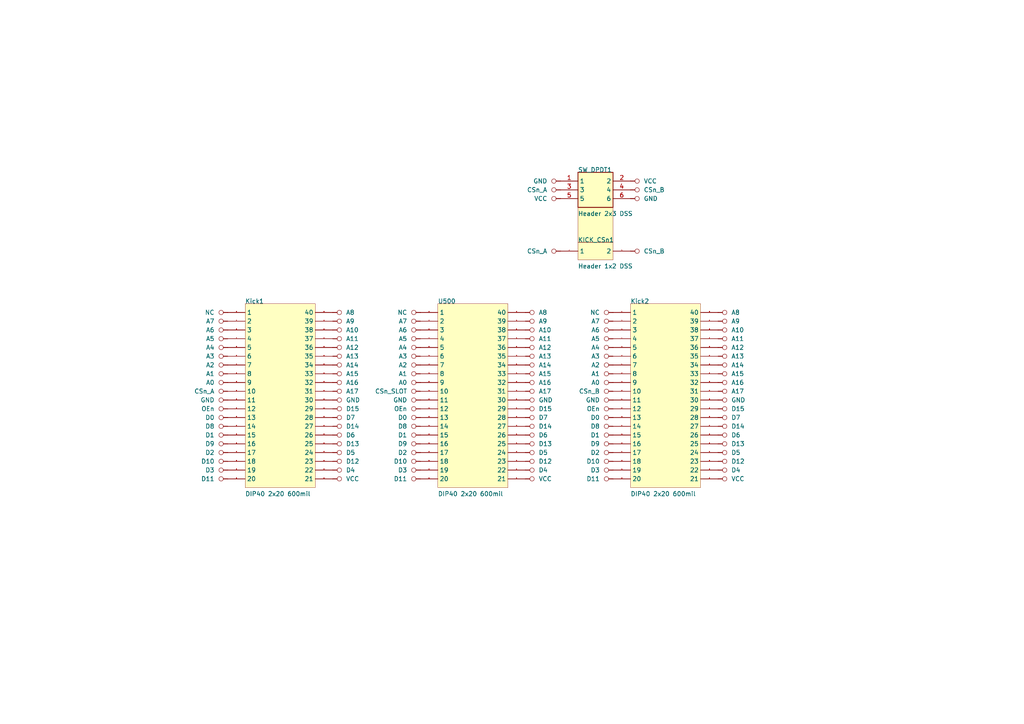
<source format=kicad_sch>
(kicad_sch (version 20231120) (generator "eeschema") (generator_version "7.99")
  (paper "A4")
  (lib_symbols
    (symbol "DualKickAdapter-altium-import:A0" (power)
      (property "Reference" "#PWR" (at 0 0 0))
      (property "Value" "A0" (at 0 3.81 0))
      (symbol "A0_0_0"
        (circle (center 0 -1.905) (radius 0.635) (stroke (width 0.127)))
        (polyline (pts (xy 0 0) (xy 0 -1.27)) (stroke (width 0.254)))
        (pin power_in line (at 0 0 0) (length 0) hide (name "A0") (number ""))
      )
    )
    (symbol "DualKickAdapter-altium-import:A1" (power)
      (property "Reference" "#PWR" (at 0 0 0))
      (property "Value" "A1" (at 0 3.81 0))
      (symbol "A1_0_0"
        (circle (center 0 -1.905) (radius 0.635) (stroke (width 0.127)))
        (polyline (pts (xy 0 0) (xy 0 -1.27)) (stroke (width 0.254)))
        (pin power_in line (at 0 0 0) (length 0) hide (name "A1") (number ""))
      )
    )
    (symbol "DualKickAdapter-altium-import:A10" (power)
      (property "Reference" "#PWR" (at 0 0 0))
      (property "Value" "A10" (at 0 3.81 0))
      (symbol "A10_0_0"
        (circle (center 0 -1.905) (radius 0.635) (stroke (width 0.127)))
        (polyline (pts (xy 0 0) (xy 0 -1.27)) (stroke (width 0.254)))
        (pin power_in line (at 0 0 0) (length 0) hide (name "A10") (number ""))
      )
    )
    (symbol "DualKickAdapter-altium-import:A11" (power)
      (property "Reference" "#PWR" (at 0 0 0))
      (property "Value" "A11" (at 0 3.81 0))
      (symbol "A11_0_0"
        (circle (center 0 -1.905) (radius 0.635) (stroke (width 0.127)))
        (polyline (pts (xy 0 0) (xy 0 -1.27)) (stroke (width 0.254)))
        (pin power_in line (at 0 0 0) (length 0) hide (name "A11") (number ""))
      )
    )
    (symbol "DualKickAdapter-altium-import:A12" (power)
      (property "Reference" "#PWR" (at 0 0 0))
      (property "Value" "A12" (at 0 3.81 0))
      (symbol "A12_0_0"
        (circle (center 0 -1.905) (radius 0.635) (stroke (width 0.127)))
        (polyline (pts (xy 0 0) (xy 0 -1.27)) (stroke (width 0.254)))
        (pin power_in line (at 0 0 0) (length 0) hide (name "A12") (number ""))
      )
    )
    (symbol "DualKickAdapter-altium-import:A13" (power)
      (property "Reference" "#PWR" (at 0 0 0))
      (property "Value" "A13" (at 0 3.81 0))
      (symbol "A13_0_0"
        (circle (center 0 -1.905) (radius 0.635) (stroke (width 0.127)))
        (polyline (pts (xy 0 0) (xy 0 -1.27)) (stroke (width 0.254)))
        (pin power_in line (at 0 0 0) (length 0) hide (name "A13") (number ""))
      )
    )
    (symbol "DualKickAdapter-altium-import:A14" (power)
      (property "Reference" "#PWR" (at 0 0 0))
      (property "Value" "A14" (at 0 3.81 0))
      (symbol "A14_0_0"
        (circle (center 0 -1.905) (radius 0.635) (stroke (width 0.127)))
        (polyline (pts (xy 0 0) (xy 0 -1.27)) (stroke (width 0.254)))
        (pin power_in line (at 0 0 0) (length 0) hide (name "A14") (number ""))
      )
    )
    (symbol "DualKickAdapter-altium-import:A15" (power)
      (property "Reference" "#PWR" (at 0 0 0))
      (property "Value" "A15" (at 0 3.81 0))
      (symbol "A15_0_0"
        (circle (center 0 -1.905) (radius 0.635) (stroke (width 0.127)))
        (polyline (pts (xy 0 0) (xy 0 -1.27)) (stroke (width 0.254)))
        (pin power_in line (at 0 0 0) (length 0) hide (name "A15") (number ""))
      )
    )
    (symbol "DualKickAdapter-altium-import:A16" (power)
      (property "Reference" "#PWR" (at 0 0 0))
      (property "Value" "A16" (at 0 3.81 0))
      (symbol "A16_0_0"
        (circle (center 0 -1.905) (radius 0.635) (stroke (width 0.127)))
        (polyline (pts (xy 0 0) (xy 0 -1.27)) (stroke (width 0.254)))
        (pin power_in line (at 0 0 0) (length 0) hide (name "A16") (number ""))
      )
    )
    (symbol "DualKickAdapter-altium-import:A17" (power)
      (property "Reference" "#PWR" (at 0 0 0))
      (property "Value" "A17" (at 0 3.81 0))
      (symbol "A17_0_0"
        (circle (center 0 -1.905) (radius 0.635) (stroke (width 0.127)))
        (polyline (pts (xy 0 0) (xy 0 -1.27)) (stroke (width 0.254)))
        (pin power_in line (at 0 0 0) (length 0) hide (name "A17") (number ""))
      )
    )
    (symbol "DualKickAdapter-altium-import:A2" (power)
      (property "Reference" "#PWR" (at 0 0 0))
      (property "Value" "A2" (at 0 3.81 0))
      (symbol "A2_0_0"
        (circle (center 0 -1.905) (radius 0.635) (stroke (width 0.127)))
        (polyline (pts (xy 0 0) (xy 0 -1.27)) (stroke (width 0.254)))
        (pin power_in line (at 0 0 0) (length 0) hide (name "A2") (number ""))
      )
    )
    (symbol "DualKickAdapter-altium-import:A3" (power)
      (property "Reference" "#PWR" (at 0 0 0))
      (property "Value" "A3" (at 0 3.81 0))
      (symbol "A3_0_0"
        (circle (center 0 -1.905) (radius 0.635) (stroke (width 0.127)))
        (polyline (pts (xy 0 0) (xy 0 -1.27)) (stroke (width 0.254)))
        (pin power_in line (at 0 0 0) (length 0) hide (name "A3") (number ""))
      )
    )
    (symbol "DualKickAdapter-altium-import:A4" (power)
      (property "Reference" "#PWR" (at 0 0 0))
      (property "Value" "A4" (at 0 3.81 0))
      (symbol "A4_0_0"
        (circle (center 0 -1.905) (radius 0.635) (stroke (width 0.127)))
        (polyline (pts (xy 0 0) (xy 0 -1.27)) (stroke (width 0.254)))
        (pin power_in line (at 0 0 0) (length 0) hide (name "A4") (number ""))
      )
    )
    (symbol "DualKickAdapter-altium-import:A5" (power)
      (property "Reference" "#PWR" (at 0 0 0))
      (property "Value" "A5" (at 0 3.81 0))
      (symbol "A5_0_0"
        (circle (center 0 -1.905) (radius 0.635) (stroke (width 0.127)))
        (polyline (pts (xy 0 0) (xy 0 -1.27)) (stroke (width 0.254)))
        (pin power_in line (at 0 0 0) (length 0) hide (name "A5") (number ""))
      )
    )
    (symbol "DualKickAdapter-altium-import:A6" (power)
      (property "Reference" "#PWR" (at 0 0 0))
      (property "Value" "A6" (at 0 3.81 0))
      (symbol "A6_0_0"
        (circle (center 0 -1.905) (radius 0.635) (stroke (width 0.127)))
        (polyline (pts (xy 0 0) (xy 0 -1.27)) (stroke (width 0.254)))
        (pin power_in line (at 0 0 0) (length 0) hide (name "A6") (number ""))
      )
    )
    (symbol "DualKickAdapter-altium-import:A7" (power)
      (property "Reference" "#PWR" (at 0 0 0))
      (property "Value" "A7" (at 0 3.81 0))
      (symbol "A7_0_0"
        (circle (center 0 -1.905) (radius 0.635) (stroke (width 0.127)))
        (polyline (pts (xy 0 0) (xy 0 -1.27)) (stroke (width 0.254)))
        (pin power_in line (at 0 0 0) (length 0) hide (name "A7") (number ""))
      )
    )
    (symbol "DualKickAdapter-altium-import:A8" (power)
      (property "Reference" "#PWR" (at 0 0 0))
      (property "Value" "A8" (at 0 3.81 0))
      (symbol "A8_0_0"
        (circle (center 0 -1.905) (radius 0.635) (stroke (width 0.127)))
        (polyline (pts (xy 0 0) (xy 0 -1.27)) (stroke (width 0.254)))
        (pin power_in line (at 0 0 0) (length 0) hide (name "A8") (number ""))
      )
    )
    (symbol "DualKickAdapter-altium-import:A9" (power)
      (property "Reference" "#PWR" (at 0 0 0))
      (property "Value" "A9" (at 0 3.81 0))
      (symbol "A9_0_0"
        (circle (center 0 -1.905) (radius 0.635) (stroke (width 0.127)))
        (polyline (pts (xy 0 0) (xy 0 -1.27)) (stroke (width 0.254)))
        (pin power_in line (at 0 0 0) (length 0) hide (name "A9") (number ""))
      )
    )
    (symbol "DualKickAdapter-altium-import:CSn_A" (power)
      (property "Reference" "#PWR" (at 0 0 0))
      (property "Value" "CSn_A" (at 0 3.81 0))
      (symbol "CSn_A_0_0"
        (circle (center 0 -1.905) (radius 0.635) (stroke (width 0.127)))
        (polyline (pts (xy 0 0) (xy 0 -1.27)) (stroke (width 0.254)))
        (pin power_in line (at 0 0 0) (length 0) hide (name "CSn_A") (number ""))
      )
    )
    (symbol "DualKickAdapter-altium-import:CSn_B" (power)
      (property "Reference" "#PWR" (at 0 0 0))
      (property "Value" "CSn_B" (at 0 3.81 0))
      (symbol "CSn_B_0_0"
        (circle (center 0 -1.905) (radius 0.635) (stroke (width 0.127)))
        (polyline (pts (xy 0 0) (xy 0 -1.27)) (stroke (width 0.254)))
        (pin power_in line (at 0 0 0) (length 0) hide (name "CSn_B") (number ""))
      )
    )
    (symbol "DualKickAdapter-altium-import:CSn_SLOT" (power)
      (property "Reference" "#PWR" (at 0 0 0))
      (property "Value" "CSn_SLOT" (at 0 3.81 0))
      (symbol "CSn_SLOT_0_0"
        (circle (center 0 -1.905) (radius 0.635) (stroke (width 0.127)))
        (polyline (pts (xy 0 0) (xy 0 -1.27)) (stroke (width 0.254)))
        (pin power_in line (at 0 0 0) (length 0) hide (name "CSn_SLOT") (number ""))
      )
    )
    (symbol "DualKickAdapter-altium-import:D0" (power)
      (property "Reference" "#PWR" (at 0 0 0))
      (property "Value" "D0" (at 0 3.81 0))
      (symbol "D0_0_0"
        (circle (center 0 -1.905) (radius 0.635) (stroke (width 0.127)))
        (polyline (pts (xy 0 0) (xy 0 -1.27)) (stroke (width 0.254)))
        (pin power_in line (at 0 0 0) (length 0) hide (name "D0") (number ""))
      )
    )
    (symbol "DualKickAdapter-altium-import:D1" (power)
      (property "Reference" "#PWR" (at 0 0 0))
      (property "Value" "D1" (at 0 3.81 0))
      (symbol "D1_0_0"
        (circle (center 0 -1.905) (radius 0.635) (stroke (width 0.127)))
        (polyline (pts (xy 0 0) (xy 0 -1.27)) (stroke (width 0.254)))
        (pin power_in line (at 0 0 0) (length 0) hide (name "D1") (number ""))
      )
    )
    (symbol "DualKickAdapter-altium-import:D10" (power)
      (property "Reference" "#PWR" (at 0 0 0))
      (property "Value" "D10" (at 0 3.81 0))
      (symbol "D10_0_0"
        (circle (center 0 -1.905) (radius 0.635) (stroke (width 0.127)))
        (polyline (pts (xy 0 0) (xy 0 -1.27)) (stroke (width 0.254)))
        (pin power_in line (at 0 0 0) (length 0) hide (name "D10") (number ""))
      )
    )
    (symbol "DualKickAdapter-altium-import:D11" (power)
      (property "Reference" "#PWR" (at 0 0 0))
      (property "Value" "D11" (at 0 3.81 0))
      (symbol "D11_0_0"
        (circle (center 0 -1.905) (radius 0.635) (stroke (width 0.127)))
        (polyline (pts (xy 0 0) (xy 0 -1.27)) (stroke (width 0.254)))
        (pin power_in line (at 0 0 0) (length 0) hide (name "D11") (number ""))
      )
    )
    (symbol "DualKickAdapter-altium-import:D12" (power)
      (property "Reference" "#PWR" (at 0 0 0))
      (property "Value" "D12" (at 0 3.81 0))
      (symbol "D12_0_0"
        (circle (center 0 -1.905) (radius 0.635) (stroke (width 0.127)))
        (polyline (pts (xy 0 0) (xy 0 -1.27)) (stroke (width 0.254)))
        (pin power_in line (at 0 0 0) (length 0) hide (name "D12") (number ""))
      )
    )
    (symbol "DualKickAdapter-altium-import:D13" (power)
      (property "Reference" "#PWR" (at 0 0 0))
      (property "Value" "D13" (at 0 3.81 0))
      (symbol "D13_0_0"
        (circle (center 0 -1.905) (radius 0.635) (stroke (width 0.127)))
        (polyline (pts (xy 0 0) (xy 0 -1.27)) (stroke (width 0.254)))
        (pin power_in line (at 0 0 0) (length 0) hide (name "D13") (number ""))
      )
    )
    (symbol "DualKickAdapter-altium-import:D14" (power)
      (property "Reference" "#PWR" (at 0 0 0))
      (property "Value" "D14" (at 0 3.81 0))
      (symbol "D14_0_0"
        (circle (center 0 -1.905) (radius 0.635) (stroke (width 0.127)))
        (polyline (pts (xy 0 0) (xy 0 -1.27)) (stroke (width 0.254)))
        (pin power_in line (at 0 0 0) (length 0) hide (name "D14") (number ""))
      )
    )
    (symbol "DualKickAdapter-altium-import:D15" (power)
      (property "Reference" "#PWR" (at 0 0 0))
      (property "Value" "D15" (at 0 3.81 0))
      (symbol "D15_0_0"
        (circle (center 0 -1.905) (radius 0.635) (stroke (width 0.127)))
        (polyline (pts (xy 0 0) (xy 0 -1.27)) (stroke (width 0.254)))
        (pin power_in line (at 0 0 0) (length 0) hide (name "D15") (number ""))
      )
    )
    (symbol "DualKickAdapter-altium-import:D2" (power)
      (property "Reference" "#PWR" (at 0 0 0))
      (property "Value" "D2" (at 0 3.81 0))
      (symbol "D2_0_0"
        (circle (center 0 -1.905) (radius 0.635) (stroke (width 0.127)))
        (polyline (pts (xy 0 0) (xy 0 -1.27)) (stroke (width 0.254)))
        (pin power_in line (at 0 0 0) (length 0) hide (name "D2") (number ""))
      )
    )
    (symbol "DualKickAdapter-altium-import:D3" (power)
      (property "Reference" "#PWR" (at 0 0 0))
      (property "Value" "D3" (at 0 3.81 0))
      (symbol "D3_0_0"
        (circle (center 0 -1.905) (radius 0.635) (stroke (width 0.127)))
        (polyline (pts (xy 0 0) (xy 0 -1.27)) (stroke (width 0.254)))
        (pin power_in line (at 0 0 0) (length 0) hide (name "D3") (number ""))
      )
    )
    (symbol "DualKickAdapter-altium-import:D4" (power)
      (property "Reference" "#PWR" (at 0 0 0))
      (property "Value" "D4" (at 0 3.81 0))
      (symbol "D4_0_0"
        (circle (center 0 -1.905) (radius 0.635) (stroke (width 0.127)))
        (polyline (pts (xy 0 0) (xy 0 -1.27)) (stroke (width 0.254)))
        (pin power_in line (at 0 0 0) (length 0) hide (name "D4") (number ""))
      )
    )
    (symbol "DualKickAdapter-altium-import:D5" (power)
      (property "Reference" "#PWR" (at 0 0 0))
      (property "Value" "D5" (at 0 3.81 0))
      (symbol "D5_0_0"
        (circle (center 0 -1.905) (radius 0.635) (stroke (width 0.127)))
        (polyline (pts (xy 0 0) (xy 0 -1.27)) (stroke (width 0.254)))
        (pin power_in line (at 0 0 0) (length 0) hide (name "D5") (number ""))
      )
    )
    (symbol "DualKickAdapter-altium-import:D6" (power)
      (property "Reference" "#PWR" (at 0 0 0))
      (property "Value" "D6" (at 0 3.81 0))
      (symbol "D6_0_0"
        (circle (center 0 -1.905) (radius 0.635) (stroke (width 0.127)))
        (polyline (pts (xy 0 0) (xy 0 -1.27)) (stroke (width 0.254)))
        (pin power_in line (at 0 0 0) (length 0) hide (name "D6") (number ""))
      )
    )
    (symbol "DualKickAdapter-altium-import:D7" (power)
      (property "Reference" "#PWR" (at 0 0 0))
      (property "Value" "D7" (at 0 3.81 0))
      (symbol "D7_0_0"
        (circle (center 0 -1.905) (radius 0.635) (stroke (width 0.127)))
        (polyline (pts (xy 0 0) (xy 0 -1.27)) (stroke (width 0.254)))
        (pin power_in line (at 0 0 0) (length 0) hide (name "D7") (number ""))
      )
    )
    (symbol "DualKickAdapter-altium-import:D8" (power)
      (property "Reference" "#PWR" (at 0 0 0))
      (property "Value" "D8" (at 0 3.81 0))
      (symbol "D8_0_0"
        (circle (center 0 -1.905) (radius 0.635) (stroke (width 0.127)))
        (polyline (pts (xy 0 0) (xy 0 -1.27)) (stroke (width 0.254)))
        (pin power_in line (at 0 0 0) (length 0) hide (name "D8") (number ""))
      )
    )
    (symbol "DualKickAdapter-altium-import:D9" (power)
      (property "Reference" "#PWR" (at 0 0 0))
      (property "Value" "D9" (at 0 3.81 0))
      (symbol "D9_0_0"
        (circle (center 0 -1.905) (radius 0.635) (stroke (width 0.127)))
        (polyline (pts (xy 0 0) (xy 0 -1.27)) (stroke (width 0.254)))
        (pin power_in line (at 0 0 0) (length 0) hide (name "D9") (number ""))
      )
    )
    (symbol "DualKickAdapter-altium-import:GND" (power)
      (property "Reference" "#PWR" (at 0 0 0))
      (property "Value" "GND" (at 0 3.81 0))
      (symbol "GND_0_0"
        (circle (center 0 -1.905) (radius 0.635) (stroke (width 0.127)))
        (polyline (pts (xy 0 0) (xy 0 -1.27)) (stroke (width 0.254)))
        (pin power_in line (at 0 0 0) (length 0) hide (name "GND") (number ""))
      )
    )
    (symbol "DualKickAdapter-altium-import:NC" (power)
      (property "Reference" "#PWR" (at 0 0 0))
      (property "Value" "NC" (at 0 3.81 0))
      (symbol "NC_0_0"
        (circle (center 0 -1.905) (radius 0.635) (stroke (width 0.127)))
        (polyline (pts (xy 0 0) (xy 0 -1.27)) (stroke (width 0.254)))
        (pin power_in line (at 0 0 0) (length 0) hide (name "NC") (number ""))
      )
    )
    (symbol "DualKickAdapter-altium-import:OEn" (power)
      (property "Reference" "#PWR" (at 0 0 0))
      (property "Value" "OEn" (at 0 3.81 0))
      (symbol "OEn_0_0"
        (circle (center 0 -1.905) (radius 0.635) (stroke (width 0.127)))
        (polyline (pts (xy 0 0) (xy 0 -1.27)) (stroke (width 0.254)))
        (pin power_in line (at 0 0 0) (length 0) hide (name "OEn") (number ""))
      )
    )
    (symbol "DualKickAdapter-altium-import:VCC" (power)
      (property "Reference" "#PWR" (at 0 0 0))
      (property "Value" "VCC" (at 0 3.81 0))
      (symbol "VCC_0_0"
        (circle (center 0 -1.905) (radius 0.635) (stroke (width 0.127)))
        (polyline (pts (xy 0 0) (xy 0 -1.27)) (stroke (width 0.254)))
        (pin power_in line (at 0 0 0) (length 0) hide (name "VCC") (number ""))
      )
    )
    (symbol "DualKickAdapter-altium-import:root_0_DIP40 2x20 600mil"
      (symbol "root_0_DIP40 2x20 600mil_1_0"
        (rectangle (start 10.16 25.4) (end -10.16 -27.94) (stroke (width 0.0254) (color 128 0 0 1)) (fill (type background)))
        (pin passive line (at -15.24 22.86 0) (length 5.08) (name "1") (number "1"))
        (pin passive line (at -15.24 0 0) (length 5.08) (name "10") (number "10"))
        (pin passive line (at -15.24 -2.54 0) (length 5.08) (name "11") (number "11"))
        (pin passive line (at -15.24 -5.08 0) (length 5.08) (name "12") (number "12"))
        (pin passive line (at -15.24 -7.62 0) (length 5.08) (name "13") (number "13"))
        (pin passive line (at -15.24 -10.16 0) (length 5.08) (name "14") (number "14"))
        (pin passive line (at -15.24 -12.7 0) (length 5.08) (name "15") (number "15"))
        (pin passive line (at -15.24 -15.24 0) (length 5.08) (name "16") (number "16"))
        (pin passive line (at -15.24 -17.78 0) (length 5.08) (name "17") (number "17"))
        (pin passive line (at -15.24 -20.32 0) (length 5.08) (name "18") (number "18"))
        (pin passive line (at -15.24 -22.86 0) (length 5.08) (name "19") (number "19"))
        (pin passive line (at -15.24 20.32 0) (length 5.08) (name "2") (number "2"))
        (pin passive line (at -15.24 -25.4 0) (length 5.08) (name "20") (number "20"))
        (pin passive line (at 15.24 -25.4 180) (length 5.08) (name "21") (number "21"))
        (pin passive line (at 15.24 -22.86 180) (length 5.08) (name "22") (number "22"))
        (pin passive line (at 15.24 -20.32 180) (length 5.08) (name "23") (number "23"))
        (pin passive line (at 15.24 -17.78 180) (length 5.08) (name "24") (number "24"))
        (pin passive line (at 15.24 -15.24 180) (length 5.08) (name "25") (number "25"))
        (pin passive line (at 15.24 -12.7 180) (length 5.08) (name "26") (number "26"))
        (pin passive line (at 15.24 -10.16 180) (length 5.08) (name "27") (number "27"))
        (pin passive line (at 15.24 -7.62 180) (length 5.08) (name "28") (number "28"))
        (pin passive line (at 15.24 -5.08 180) (length 5.08) (name "29") (number "29"))
        (pin passive line (at -15.24 17.78 0) (length 5.08) (name "3") (number "3"))
        (pin passive line (at 15.24 -2.54 180) (length 5.08) (name "30") (number "30"))
        (pin passive line (at 15.24 0 180) (length 5.08) (name "31") (number "31"))
        (pin passive line (at 15.24 2.54 180) (length 5.08) (name "32") (number "32"))
        (pin passive line (at 15.24 5.08 180) (length 5.08) (name "33") (number "33"))
        (pin passive line (at 15.24 7.62 180) (length 5.08) (name "34") (number "34"))
        (pin passive line (at 15.24 10.16 180) (length 5.08) (name "35") (number "35"))
        (pin passive line (at 15.24 12.7 180) (length 5.08) (name "36") (number "36"))
        (pin passive line (at 15.24 15.24 180) (length 5.08) (name "37") (number "37"))
        (pin passive line (at 15.24 17.78 180) (length 5.08) (name "38") (number "38"))
        (pin passive line (at 15.24 20.32 180) (length 5.08) (name "39") (number "39"))
        (pin passive line (at -15.24 15.24 0) (length 5.08) (name "4") (number "4"))
        (pin passive line (at 15.24 22.86 180) (length 5.08) (name "40") (number "40"))
        (pin passive line (at -15.24 12.7 0) (length 5.08) (name "5") (number "5"))
        (pin passive line (at -15.24 10.16 0) (length 5.08) (name "6") (number "6"))
        (pin passive line (at -15.24 7.62 0) (length 5.08) (name "7") (number "7"))
        (pin passive line (at -15.24 5.08 0) (length 5.08) (name "8") (number "8"))
        (pin passive line (at -15.24 2.54 0) (length 5.08) (name "9") (number "9"))
      )
    )
    (symbol "DualKickAdapter-altium-import:root_0_Header 1x2 DSS"
      (symbol "root_0_Header 1x2 DSS_1_0"
        (rectangle (start 5.08 2.54) (end -5.08 -2.54) (stroke (width 0.0254) (color 128 0 0 1)) (fill (type background)))
        (rectangle (start 5.08 12.7) (end -5.08 2.54) (stroke (width 0.0254) (color 128 0 0 1)) (fill (type background)))
        (pin passive line (at -10.16 0 0) (length 5.08) (name "1") (number "1"))
        (pin passive line (at 10.16 0 180) (length 5.08) (name "2") (number "2"))
      )
    )
    (symbol "DualKickAdapter-altium-import:root_0_Header 2x3 DSS"
      (symbol "root_0_Header 2x3 DSS_1_0"
        (rectangle (start 15.24 2.54) (end 5.08 -7.62) (stroke (width 0.254) (color 128 0 0 1)) (fill (type background)))
        (pin passive line (at 0 0 0) (length 5.08) (name "1") (number "1"))
        (pin passive line (at 20.32 0 180) (length 5.08) (name "2") (number "2"))
        (pin passive line (at 0 -2.54 0) (length 5.08) (name "3") (number "3"))
        (pin passive line (at 20.32 -2.54 180) (length 5.08) (name "4") (number "4"))
        (pin passive line (at 0 -5.08 0) (length 5.08) (name "5") (number "5"))
        (pin passive line (at 20.32 -5.08 180) (length 5.08) (name "6") (number "6"))
      )
    )
  )
  (symbol (lib_id "DualKickAdapter-altium-import:D4") (at 152.4 136.3472 90) (unit 1)
    (property "Reference" "#PWR0109" (effects (hide yes)))
    (property "Value" "D4" (at 156.21 136.3472 90) (effects (justify right)))
  )
  (symbol (lib_id "DualKickAdapter-altium-import:D14") (at 208.28 123.6472 90) (unit 1)
    (property "Reference" "#PWR0155" (effects (hide yes)))
    (property "Value" "D14" (at 212.09 123.6472 90) (effects (justify right)))
  )
  (symbol (lib_id "DualKickAdapter-altium-import:D7") (at 208.28 121.1072 90) (unit 1)
    (property "Reference" "#PWR0144" (effects (hide yes)))
    (property "Value" "D7" (at 212.09 121.1072 90) (effects (justify right)))
  )
  (symbol (lib_id "DualKickAdapter-altium-import:A0") (at 66.04 110.9472 270) (unit 1)
    (property "Reference" "#PWR0164" (effects (hide yes)))
    (property "Value" "A0" (at 62.23 110.9472 90) (effects (justify right)))
  )
  (symbol (lib_id "DualKickAdapter-altium-import:D12") (at 152.4 133.8072 90) (unit 1)
    (property "Reference" "#PWR0148" (effects (hide yes)))
    (property "Value" "D12" (at 156.21 133.8072 90) (effects (justify right)))
  )
  (symbol (lib_id "DualKickAdapter-altium-import:D2") (at 66.04 131.2672 270) (unit 1)
    (property "Reference" "#PWR0167" (effects (hide yes)))
    (property "Value" "D2" (at 62.23 131.2672 90) (effects (justify right)))
  )
  (symbol (lib_id "DualKickAdapter-altium-import:D10") (at 177.8 133.8072 270) (unit 1)
    (property "Reference" "#PWR0138" (effects (hide yes)))
    (property "Value" "D10" (at 173.99 133.8072 90) (effects (justify right)))
  )
  (symbol (lib_id "DualKickAdapter-altium-import:A16") (at 152.4 110.9472 90) (unit 1)
    (property "Reference" "#PWR0131" (effects (hide yes)))
    (property "Value" "A16" (at 156.21 110.9472 90) (effects (justify right)))
  )
  (symbol (lib_id "DualKickAdapter-altium-import:A13") (at 208.28 103.3272 90) (unit 1)
    (property "Reference" "#PWR0207" (effects (hide yes)))
    (property "Value" "A13" (at 212.09 103.3272 90) (effects (justify right)))
  )
  (symbol (lib_id "DualKickAdapter-altium-import:D6") (at 152.4 126.1872 90) (unit 1)
    (property "Reference" "#PWR0107" (effects (hide yes)))
    (property "Value" "D6" (at 156.21 126.1872 90) (effects (justify right)))
  )
  (symbol (lib_id "DualKickAdapter-altium-import:D11") (at 177.8 138.8872 270) (unit 1)
    (property "Reference" "#PWR0135" (effects (hide yes)))
    (property "Value" "D11" (at 173.99 138.8872 90) (effects (justify right)))
  )
  (symbol (lib_id "DualKickAdapter-altium-import:D15") (at 208.28 118.5672 90) (unit 1)
    (property "Reference" "#PWR0141" (effects (hide yes)))
    (property "Value" "D15" (at 212.09 118.5672 90) (effects (justify right)))
  )
  (symbol (lib_id "DualKickAdapter-altium-import:A10") (at 96.52 95.7072 90) (unit 1)
    (property "Reference" "#PWR0170" (effects (hide yes)))
    (property "Value" "A10" (at 100.33 95.7072 90) (effects (justify right)))
  )
  (symbol (lib_id "DualKickAdapter-altium-import:A10") (at 208.28 95.7072 90) (unit 1)
    (property "Reference" "#PWR0202" (effects (hide yes)))
    (property "Value" "A10" (at 212.09 95.7072 90) (effects (justify right)))
  )
  (symbol (lib_id "DualKickAdapter-altium-import:D11") (at 121.92 138.8872 270) (unit 1)
    (property "Reference" "#PWR0114" (effects (hide yes)))
    (property "Value" "D11" (at 118.11 138.8872 90) (effects (justify right)))
  )
  (symbol (lib_id "DualKickAdapter-altium-import:A14") (at 208.28 105.8672 90) (unit 1)
    (property "Reference" "#PWR0203" (effects (hide yes)))
    (property "Value" "A14" (at 212.09 105.8672 90) (effects (justify right)))
  )
  (symbol (lib_id "DualKickAdapter-altium-import:A13") (at 152.4 103.3272 90) (unit 1)
    (property "Reference" "#PWR0129" (effects (hide yes)))
    (property "Value" "A13" (at 156.21 103.3272 90) (effects (justify right)))
  )
  (symbol (lib_id "DualKickAdapter-altium-import:OEn") (at 177.8 118.5672 270) (unit 1)
    (property "Reference" "#PWR0211" (effects (hide yes)))
    (property "Value" "OEn" (at 173.99 118.5672 90) (effects (justify right)))
  )
  (symbol (lib_id "DualKickAdapter-altium-import:A3") (at 121.92 103.3272 270) (unit 1)
    (property "Reference" "#PWR0121" (effects (hide yes)))
    (property "Value" "A3" (at 118.11 103.3272 90) (effects (justify right)))
  )
  (symbol (lib_id "DualKickAdapter-altium-import:root_0_DIP40 2x20 600mil") (at 137.16 113.4872 0) (unit 1)
    (property "Reference" "U500" (at 127 88.0872 0) (effects (justify left bottom)))
    (property "Value" "DIP40 2x20 600mil" (at 127 143.9672 0) (effects (justify left bottom)))
    (property "Footprint" "DualKickAdapter-altium-import:DIP40 600mil 2xSIP20 spacer" (effects (hide yes)))
  )
  (symbol (lib_id "DualKickAdapter-altium-import:D3") (at 121.92 136.3472 270) (unit 1)
    (property "Reference" "#PWR0116" (effects (hide yes)))
    (property "Value" "D3" (at 118.11 136.3472 90) (effects (justify right)))
  )
  (symbol (lib_id "DualKickAdapter-altium-import:D1") (at 66.04 126.1872 270) (unit 1)
    (property "Reference" "#PWR0195" (effects (hide yes)))
    (property "Value" "D1" (at 62.23 126.1872 90) (effects (justify right)))
  )
  (symbol (lib_id "DualKickAdapter-altium-import:A1") (at 121.92 108.4072 270) (unit 1)
    (property "Reference" "#PWR0106" (effects (hide yes)))
    (property "Value" "A1" (at 118.11 108.4072 90) (effects (justify right)))
  )
  (symbol (lib_id "DualKickAdapter-altium-import:A2") (at 66.04 105.8672 270) (unit 1)
    (property "Reference" "#PWR0161" (effects (hide yes)))
    (property "Value" "A2" (at 62.23 105.8672 90) (effects (justify right)))
  )
  (symbol (lib_id "DualKickAdapter-altium-import:A4") (at 177.8 100.7872 270) (unit 1)
    (property "Reference" "#PWR0218" (effects (hide yes)))
    (property "Value" "A4" (at 173.99 100.7872 90) (effects (justify right)))
  )
  (symbol (lib_id "DualKickAdapter-altium-import:D15") (at 96.52 118.5672 90) (unit 1)
    (property "Reference" "#PWR0188" (effects (hide yes)))
    (property "Value" "D15" (at 100.33 118.5672 90) (effects (justify right)))
  )
  (symbol (lib_id "DualKickAdapter-altium-import:CSn_B") (at 182.88 72.8472 90) (unit 1)
    (property "Reference" "#PWR0224" (effects (hide yes)))
    (property "Value" "CSn_B" (at 186.69 72.8472 90) (effects (justify right)))
  )
  (symbol (lib_id "DualKickAdapter-altium-import:A14") (at 152.4 105.8672 90) (unit 1)
    (property "Reference" "#PWR0134" (effects (hide yes)))
    (property "Value" "A14" (at 156.21 105.8672 90) (effects (justify right)))
  )
  (symbol (lib_id "DualKickAdapter-altium-import:D5") (at 208.28 131.2672 90) (unit 1)
    (property "Reference" "#PWR0154" (effects (hide yes)))
    (property "Value" "D5" (at 212.09 131.2672 90) (effects (justify right)))
  )
  (symbol (lib_id "DualKickAdapter-altium-import:D10") (at 121.92 133.8072 270) (unit 1)
    (property "Reference" "#PWR0117" (effects (hide yes)))
    (property "Value" "D10" (at 118.11 133.8072 90) (effects (justify right)))
  )
  (symbol (lib_id "DualKickAdapter-altium-import:D15") (at 152.4 118.5672 90) (unit 1)
    (property "Reference" "#PWR0149" (effects (hide yes)))
    (property "Value" "D15" (at 156.21 118.5672 90) (effects (justify right)))
  )
  (symbol (lib_id "DualKickAdapter-altium-import:D4") (at 96.52 136.3472 90) (unit 1)
    (property "Reference" "#PWR0186" (effects (hide yes)))
    (property "Value" "D4" (at 100.33 136.3472 90) (effects (justify right)))
  )
  (symbol (lib_id "DualKickAdapter-altium-import:NC") (at 121.92 90.6272 270) (unit 1)
    (property "Reference" "#PWR0124" (effects (hide yes)))
    (property "Value" "NC" (at 118.11 90.6272 90) (effects (justify right)))
  )
  (symbol (lib_id "DualKickAdapter-altium-import:OEn") (at 121.92 118.5672 270) (unit 1)
    (property "Reference" "#PWR0104" (effects (hide yes)))
    (property "Value" "OEn" (at 118.11 118.5672 90) (effects (justify right)))
  )
  (symbol (lib_id "DualKickAdapter-altium-import:A9") (at 152.4 93.1672 90) (unit 1)
    (property "Reference" "#PWR0112" (effects (hide yes)))
    (property "Value" "A9" (at 156.21 93.1672 90) (effects (justify right)))
  )
  (symbol (lib_id "DualKickAdapter-altium-import:A5") (at 66.04 98.2472 270) (unit 1)
    (property "Reference" "#PWR0179" (effects (hide yes)))
    (property "Value" "A5" (at 62.23 98.2472 90) (effects (justify right)))
  )
  (symbol (lib_id "DualKickAdapter-altium-import:NC") (at 66.04 90.6272 270) (unit 1)
    (property "Reference" "#PWR0178" (effects (hide yes)))
    (property "Value" "NC" (at 62.23 90.6272 90) (effects (justify right)))
  )
  (symbol (lib_id "DualKickAdapter-altium-import:A12") (at 152.4 100.7872 90) (unit 1)
    (property "Reference" "#PWR0133" (effects (hide yes)))
    (property "Value" "A12" (at 156.21 100.7872 90) (effects (justify right)))
  )
  (symbol (lib_id "DualKickAdapter-altium-import:CSn_B") (at 177.8 113.4872 270) (unit 1)
    (property "Reference" "#PWR0214" (effects (hide yes)))
    (property "Value" "CSn_B" (at 173.99 113.4872 90) (effects (justify right)))
  )
  (symbol (lib_id "DualKickAdapter-altium-import:GND") (at 182.88 57.6072 90) (unit 1)
    (property "Reference" "#PWR0221" (effects (hide yes)))
    (property "Value" "GND" (at 186.69 57.6072 90) (effects (justify right)))
  )
  (symbol (lib_id "DualKickAdapter-altium-import:D1") (at 121.92 126.1872 270) (unit 1)
    (property "Reference" "#PWR0118" (effects (hide yes)))
    (property "Value" "D1" (at 118.11 126.1872 90) (effects (justify right)))
  )
  (symbol (lib_id "DualKickAdapter-altium-import:A7") (at 177.8 93.1672 270) (unit 1)
    (property "Reference" "#PWR0217" (effects (hide yes)))
    (property "Value" "A7" (at 173.99 93.1672 90) (effects (justify right)))
  )
  (symbol (lib_id "DualKickAdapter-altium-import:GND") (at 96.52 116.0272 90) (unit 1)
    (property "Reference" "#PWR0192" (effects (hide yes)))
    (property "Value" "GND" (at 100.33 116.0272 90) (effects (justify right)))
  )
  (symbol (lib_id "DualKickAdapter-altium-import:D0") (at 177.8 121.1072 270) (unit 1)
    (property "Reference" "#PWR0210" (effects (hide yes)))
    (property "Value" "D0" (at 173.99 121.1072 90) (effects (justify right)))
  )
  (symbol (lib_id "DualKickAdapter-altium-import:D5") (at 152.4 131.2672 90) (unit 1)
    (property "Reference" "#PWR0108" (effects (hide yes)))
    (property "Value" "D5" (at 156.21 131.2672 90) (effects (justify right)))
  )
  (symbol (lib_id "DualKickAdapter-altium-import:A17") (at 208.28 113.4872 90) (unit 1)
    (property "Reference" "#PWR0142" (effects (hide yes)))
    (property "Value" "A17" (at 212.09 113.4872 90) (effects (justify right)))
  )
  (symbol (lib_id "DualKickAdapter-altium-import:D6") (at 96.52 126.1872 90) (unit 1)
    (property "Reference" "#PWR0181" (effects (hide yes)))
    (property "Value" "D6" (at 100.33 126.1872 90) (effects (justify right)))
  )
  (symbol (lib_id "DualKickAdapter-altium-import:A15") (at 208.28 108.4072 90) (unit 1)
    (property "Reference" "#PWR0201" (effects (hide yes)))
    (property "Value" "A15" (at 212.09 108.4072 90) (effects (justify right)))
  )
  (symbol (lib_id "DualKickAdapter-altium-import:A12") (at 96.52 100.7872 90) (unit 1)
    (property "Reference" "#PWR0171" (effects (hide yes)))
    (property "Value" "A12" (at 100.33 100.7872 90) (effects (justify right)))
  )
  (symbol (lib_id "DualKickAdapter-altium-import:CSn_SLOT") (at 121.92 113.4872 270) (unit 1)
    (property "Reference" "#PWR0105" (effects (hide yes)))
    (property "Value" "CSn_SLOT" (at 118.11 113.4872 90) (effects (justify right)))
  )
  (symbol (lib_id "DualKickAdapter-altium-import:D14") (at 96.52 123.6472 90) (unit 1)
    (property "Reference" "#PWR0185" (effects (hide yes)))
    (property "Value" "D14" (at 100.33 123.6472 90) (effects (justify right)))
  )
  (symbol (lib_id "DualKickAdapter-altium-import:A8") (at 208.28 90.6272 90) (unit 1)
    (property "Reference" "#PWR0205" (effects (hide yes)))
    (property "Value" "A8" (at 212.09 90.6272 90) (effects (justify right)))
  )
  (symbol (lib_id "DualKickAdapter-altium-import:VCC") (at 152.4 138.8872 90) (unit 1)
    (property "Reference" "#PWR0145" (effects (hide yes)))
    (property "Value" "VCC" (at 156.21 138.8872 90) (effects (justify right)))
  )
  (symbol (lib_id "DualKickAdapter-altium-import:A13") (at 96.52 103.3272 90) (unit 1)
    (property "Reference" "#PWR0172" (effects (hide yes)))
    (property "Value" "A13" (at 100.33 103.3272 90) (effects (justify right)))
  )
  (symbol (lib_id "DualKickAdapter-altium-import:A2") (at 177.8 105.8672 270) (unit 1)
    (property "Reference" "#PWR0160" (effects (hide yes)))
    (property "Value" "A2" (at 173.99 105.8672 90) (effects (justify right)))
  )
  (symbol (lib_id "DualKickAdapter-altium-import:A15") (at 96.52 108.4072 90) (unit 1)
    (property "Reference" "#PWR0190" (effects (hide yes)))
    (property "Value" "A15" (at 100.33 108.4072 90) (effects (justify right)))
  )
  (symbol (lib_id "DualKickAdapter-altium-import:A16") (at 96.52 110.9472 90) (unit 1)
    (property "Reference" "#PWR0189" (effects (hide yes)))
    (property "Value" "A16" (at 100.33 110.9472 90) (effects (justify right)))
  )
  (symbol (lib_id "DualKickAdapter-altium-import:A9") (at 208.28 93.1672 90) (unit 1)
    (property "Reference" "#PWR0206" (effects (hide yes)))
    (property "Value" "A9" (at 212.09 93.1672 90) (effects (justify right)))
  )
  (symbol (lib_id "DualKickAdapter-altium-import:A6") (at 66.04 95.7072 270) (unit 1)
    (property "Reference" "#PWR0180" (effects (hide yes)))
    (property "Value" "A6" (at 62.23 95.7072 90) (effects (justify right)))
  )
  (symbol (lib_id "DualKickAdapter-altium-import:D9") (at 66.04 128.7272 270) (unit 1)
    (property "Reference" "#PWR0196" (effects (hide yes)))
    (property "Value" "D9" (at 62.23 128.7272 90) (effects (justify right)))
  )
  (symbol (lib_id "DualKickAdapter-altium-import:GND") (at 121.92 116.0272 270) (unit 1)
    (property "Reference" "#PWR0102" (effects (hide yes)))
    (property "Value" "GND" (at 118.11 116.0272 90) (effects (justify right)))
  )
  (symbol (lib_id "DualKickAdapter-altium-import:D13") (at 208.28 128.7272 90) (unit 1)
    (property "Reference" "#PWR0151" (effects (hide yes)))
    (property "Value" "D13" (at 212.09 128.7272 90) (effects (justify right)))
  )
  (symbol (lib_id "DualKickAdapter-altium-import:D7") (at 152.4 121.1072 90) (unit 1)
    (property "Reference" "#PWR0110" (effects (hide yes)))
    (property "Value" "D7" (at 156.21 121.1072 90) (effects (justify right)))
  )
  (symbol (lib_id "DualKickAdapter-altium-import:D8") (at 177.8 123.6472 270) (unit 1)
    (property "Reference" "#PWR0159" (effects (hide yes)))
    (property "Value" "D8" (at 173.99 123.6472 90) (effects (justify right)))
  )
  (symbol (lib_id "DualKickAdapter-altium-import:A1") (at 177.8 108.4072 270) (unit 1)
    (property "Reference" "#PWR0209" (effects (hide yes)))
    (property "Value" "A1" (at 173.99 108.4072 90) (effects (justify right)))
  )
  (symbol (lib_id "DualKickAdapter-altium-import:A10") (at 152.4 95.7072 90) (unit 1)
    (property "Reference" "#PWR0127" (effects (hide yes)))
    (property "Value" "A10" (at 156.21 95.7072 90) (effects (justify right)))
  )
  (symbol (lib_id "DualKickAdapter-altium-import:A8") (at 152.4 90.6272 90) (unit 1)
    (property "Reference" "#PWR0111" (effects (hide yes)))
    (property "Value" "A8" (at 156.21 90.6272 90) (effects (justify right)))
  )
  (symbol (lib_id "DualKickAdapter-altium-import:D3") (at 177.8 136.3472 270) (unit 1)
    (property "Reference" "#PWR0139" (effects (hide yes)))
    (property "Value" "D3" (at 173.99 136.3472 90) (effects (justify right)))
  )
  (symbol (lib_id "DualKickAdapter-altium-import:VCC") (at 182.88 52.5272 90) (unit 1)
    (property "Reference" "#PWR0223" (effects (hide yes)))
    (property "Value" "VCC" (at 186.69 52.5272 90) (effects (justify right)))
  )
  (symbol (lib_id "DualKickAdapter-altium-import:A9") (at 96.52 93.1672 90) (unit 1)
    (property "Reference" "#PWR0174" (effects (hide yes)))
    (property "Value" "A9" (at 100.33 93.1672 90) (effects (justify right)))
  )
  (symbol (lib_id "DualKickAdapter-altium-import:D6") (at 208.28 126.1872 90) (unit 1)
    (property "Reference" "#PWR0156" (effects (hide yes)))
    (property "Value" "D6" (at 212.09 126.1872 90) (effects (justify right)))
  )
  (symbol (lib_id "DualKickAdapter-altium-import:VCC") (at 96.52 138.8872 90) (unit 1)
    (property "Reference" "#PWR0182" (effects (hide yes)))
    (property "Value" "VCC" (at 100.33 138.8872 90) (effects (justify right)))
  )
  (symbol (lib_id "DualKickAdapter-altium-import:A0") (at 121.92 110.9472 270) (unit 1)
    (property "Reference" "#PWR0103" (effects (hide yes)))
    (property "Value" "A0" (at 118.11 110.9472 90) (effects (justify right)))
  )
  (symbol (lib_id "DualKickAdapter-altium-import:CSn_A") (at 162.56 72.8472 270) (unit 1)
    (property "Reference" "#PWR0227" (effects (hide yes)))
    (property "Value" "CSn_A" (at 158.75 72.8472 90) (effects (justify right)))
  )
  (symbol (lib_id "DualKickAdapter-altium-import:VCC") (at 208.28 138.8872 90) (unit 1)
    (property "Reference" "#PWR0152" (effects (hide yes)))
    (property "Value" "VCC" (at 212.09 138.8872 90) (effects (justify right)))
  )
  (symbol (lib_id "DualKickAdapter-altium-import:A2") (at 121.92 105.8672 270) (unit 1)
    (property "Reference" "#PWR0122" (effects (hide yes)))
    (property "Value" "A2" (at 118.11 105.8672 90) (effects (justify right)))
  )
  (symbol (lib_id "DualKickAdapter-altium-import:root_0_DIP40 2x20 600mil") (at 193.04 113.4872 0) (unit 1)
    (property "Reference" "Kick2" (at 182.88 88.0872 0) (effects (justify left bottom)))
    (property "Value" "DIP40 2x20 600mil" (at 182.88 143.9672 0) (effects (justify left bottom)))
    (property "Footprint" "DualKickAdapter-altium-import:DIP40 600mil 2xSIP20" (effects (hide yes)))
  )
  (symbol (lib_id "DualKickAdapter-altium-import:A5") (at 121.92 98.2472 270) (unit 1)
    (property "Reference" "#PWR0125" (effects (hide yes)))
    (property "Value" "A5" (at 118.11 98.2472 90) (effects (justify right)))
  )
  (symbol (lib_id "DualKickAdapter-altium-import:D0") (at 121.92 121.1072 270) (unit 1)
    (property "Reference" "#PWR0101" (effects (hide yes)))
    (property "Value" "D0" (at 118.11 121.1072 90) (effects (justify right)))
  )
  (symbol (lib_id "DualKickAdapter-altium-import:A6") (at 121.92 95.7072 270) (unit 1)
    (property "Reference" "#PWR0123" (effects (hide yes)))
    (property "Value" "A6" (at 118.11 95.7072 90) (effects (justify right)))
  )
  (symbol (lib_id "DualKickAdapter-altium-import:root_0_Header 2x3 DSS") (at 162.56 52.5272 0) (unit 1)
    (property "Reference" "SW_DPDT1" (at 167.64 49.9872 0) (effects (justify left bottom)))
    (property "Value" "Header 2x3 DSS" (at 167.64 62.6872 0) (effects (justify left bottom)))
    (property "Footprint" "DualKickAdapter-altium-import:Amphenol   10129382-906002BLF alt" (effects (hide yes)))
    (property "MOUSER PART NUMBER" "855-M20-9720345" (effects (hide yes)))
    (property "MOUSER PRICE/STOCK" "https://www.mouser.co.uk/ProductDetail/Harwin/M20-9720345?qs=vF78I%252BjhbY8b2N4EUBH%2Fyg%3D%3D" (effects (hide yes)))
    (property "MANUFACTURER_NAME" "Harwin" (effects (hide yes)))
    (property "MANUFACTURER_PART_NUMBER" "M20-9720345" (effects (hide yes)))
    (property "DATASHEET LINK" "https://cdn.harwin.com/pdfs/M20-972.pdf" (effects (hide yes)))
    (property "GEOMETRY.HEIGHT" "8.64mm" (effects (hide yes)))
  )
  (symbol (lib_id "DualKickAdapter-altium-import:A6") (at 177.8 95.7072 270) (unit 1)
    (property "Reference" "#PWR0219" (effects (hide yes)))
    (property "Value" "A6" (at 173.99 95.7072 90) (effects (justify right)))
  )
  (symbol (lib_id "DualKickAdapter-altium-import:D2") (at 121.92 131.2672 270) (unit 1)
    (property "Reference" "#PWR0115" (effects (hide yes)))
    (property "Value" "D2" (at 118.11 131.2672 90) (effects (justify right)))
  )
  (symbol (lib_id "DualKickAdapter-altium-import:A7") (at 66.04 93.1672 270) (unit 1)
    (property "Reference" "#PWR0177" (effects (hide yes)))
    (property "Value" "A7" (at 62.23 93.1672 90) (effects (justify right)))
  )
  (symbol (lib_id "DualKickAdapter-altium-import:D10") (at 66.04 133.8072 270) (unit 1)
    (property "Reference" "#PWR0168" (effects (hide yes)))
    (property "Value" "D10" (at 62.23 133.8072 90) (effects (justify right)))
  )
  (symbol (lib_id "DualKickAdapter-altium-import:D13") (at 96.52 128.7272 90) (unit 1)
    (property "Reference" "#PWR0183" (effects (hide yes)))
    (property "Value" "D13" (at 100.33 128.7272 90) (effects (justify right)))
  )
  (symbol (lib_id "DualKickAdapter-altium-import:D13") (at 152.4 128.7272 90) (unit 1)
    (property "Reference" "#PWR0146" (effects (hide yes)))
    (property "Value" "D13" (at 156.21 128.7272 90) (effects (justify right)))
  )
  (symbol (lib_id "DualKickAdapter-altium-import:D14") (at 152.4 123.6472 90) (unit 1)
    (property "Reference" "#PWR0150" (effects (hide yes)))
    (property "Value" "D14" (at 156.21 123.6472 90) (effects (justify right)))
  )
  (symbol (lib_id "DualKickAdapter-altium-import:CSn_A") (at 162.56 55.0672 270) (unit 1)
    (property "Reference" "#PWR0226" (effects (hide yes)))
    (property "Value" "CSn_A" (at 158.75 55.0672 90) (effects (justify right)))
  )
  (symbol (lib_id "DualKickAdapter-altium-import:A11") (at 208.28 98.2472 90) (unit 1)
    (property "Reference" "#PWR0208" (effects (hide yes)))
    (property "Value" "A11" (at 212.09 98.2472 90) (effects (justify right)))
  )
  (symbol (lib_id "DualKickAdapter-altium-import:D8") (at 66.04 123.6472 270) (unit 1)
    (property "Reference" "#PWR0197" (effects (hide yes)))
    (property "Value" "D8" (at 62.23 123.6472 90) (effects (justify right)))
  )
  (symbol (lib_id "DualKickAdapter-altium-import:A17") (at 152.4 113.4872 90) (unit 1)
    (property "Reference" "#PWR0128" (effects (hide yes)))
    (property "Value" "A17" (at 156.21 113.4872 90) (effects (justify right)))
  )
  (symbol (lib_id "DualKickAdapter-altium-import:A1") (at 66.04 108.4072 270) (unit 1)
    (property "Reference" "#PWR0162" (effects (hide yes)))
    (property "Value" "A1" (at 62.23 108.4072 90) (effects (justify right)))
  )
  (symbol (lib_id "DualKickAdapter-altium-import:A4") (at 121.92 100.7872 270) (unit 1)
    (property "Reference" "#PWR0126" (effects (hide yes)))
    (property "Value" "A4" (at 118.11 100.7872 90) (effects (justify right)))
  )
  (symbol (lib_id "DualKickAdapter-altium-import:A7") (at 121.92 93.1672 270) (unit 1)
    (property "Reference" "#PWR0120" (effects (hide yes)))
    (property "Value" "A7" (at 118.11 93.1672 90) (effects (justify right)))
  )
  (symbol (lib_id "DualKickAdapter-altium-import:D9") (at 177.8 128.7272 270) (unit 1)
    (property "Reference" "#PWR0136" (effects (hide yes)))
    (property "Value" "D9" (at 173.99 128.7272 90) (effects (justify right)))
  )
  (symbol (lib_id "DualKickAdapter-altium-import:NC") (at 177.8 90.6272 270) (unit 1)
    (property "Reference" "#PWR0220" (effects (hide yes)))
    (property "Value" "NC" (at 173.99 90.6272 90) (effects (justify right)))
  )
  (symbol (lib_id "DualKickAdapter-altium-import:A5") (at 177.8 98.2472 270) (unit 1)
    (property "Reference" "#PWR0215" (effects (hide yes)))
    (property "Value" "A5" (at 173.99 98.2472 90) (effects (justify right)))
  )
  (symbol (lib_id "DualKickAdapter-altium-import:A3") (at 177.8 103.3272 270) (unit 1)
    (property "Reference" "#PWR0216" (effects (hide yes)))
    (property "Value" "A3" (at 173.99 103.3272 90) (effects (justify right)))
  )
  (symbol (lib_id "DualKickAdapter-altium-import:A11") (at 152.4 98.2472 90) (unit 1)
    (property "Reference" "#PWR0132" (effects (hide yes)))
    (property "Value" "A11" (at 156.21 98.2472 90) (effects (justify right)))
  )
  (symbol (lib_id "DualKickAdapter-altium-import:GND") (at 177.8 116.0272 270) (unit 1)
    (property "Reference" "#PWR0212" (effects (hide yes)))
    (property "Value" "GND" (at 173.99 116.0272 90) (effects (justify right)))
  )
  (symbol (lib_id "DualKickAdapter-altium-import:CSn_A") (at 66.04 113.4872 270) (unit 1)
    (property "Reference" "#PWR0198" (effects (hide yes)))
    (property "Value" "CSn_A" (at 62.23 113.4872 90) (effects (justify right)))
  )
  (symbol (lib_id "DualKickAdapter-altium-import:A0") (at 177.8 110.9472 270) (unit 1)
    (property "Reference" "#PWR0213" (effects (hide yes)))
    (property "Value" "A0" (at 173.99 110.9472 90) (effects (justify right)))
  )
  (symbol (lib_id "DualKickAdapter-altium-import:D2") (at 177.8 131.2672 270) (unit 1)
    (property "Reference" "#PWR0137" (effects (hide yes)))
    (property "Value" "D2" (at 173.99 131.2672 90) (effects (justify right)))
  )
  (symbol (lib_id "DualKickAdapter-altium-import:D12") (at 96.52 133.8072 90) (unit 1)
    (property "Reference" "#PWR0184" (effects (hide yes)))
    (property "Value" "D12" (at 100.33 133.8072 90) (effects (justify right)))
  )
  (symbol (lib_id "DualKickAdapter-altium-import:root_0_DIP40 2x20 600mil") (at 81.28 113.4872 0) (unit 1)
    (property "Reference" "Kick1" (at 71.12 88.0872 0) (effects (justify left bottom)))
    (property "Value" "DIP40 2x20 600mil" (at 71.12 143.9672 0) (effects (justify left bottom)))
    (property "Footprint" "DualKickAdapter-altium-import:DIP40 600mil 2xSIP20" (effects (hide yes)))
  )
  (symbol (lib_id "DualKickAdapter-altium-import:D0") (at 66.04 121.1072 270) (unit 1)
    (property "Reference" "#PWR0194" (effects (hide yes)))
    (property "Value" "D0" (at 62.23 121.1072 90) (effects (justify right)))
  )
  (symbol (lib_id "DualKickAdapter-altium-import:A8") (at 96.52 90.6272 90) (unit 1)
    (property "Reference" "#PWR0169" (effects (hide yes)))
    (property "Value" "A8" (at 100.33 90.6272 90) (effects (justify right)))
  )
  (symbol (lib_id "DualKickAdapter-altium-import:D11") (at 66.04 138.8872 270) (unit 1)
    (property "Reference" "#PWR0165" (effects (hide yes)))
    (property "Value" "D11" (at 62.23 138.8872 90) (effects (justify right)))
  )
  (symbol (lib_id "DualKickAdapter-altium-import:D4") (at 208.28 136.3472 90) (unit 1)
    (property "Reference" "#PWR0153" (effects (hide yes)))
    (property "Value" "D4" (at 212.09 136.3472 90) (effects (justify right)))
  )
  (symbol (lib_id "DualKickAdapter-altium-import:root_0_Header 1x2 DSS") (at 172.72 72.8472 0) (unit 1)
    (property "Reference" "KICK_CSn1" (at 167.64 70.3072 0) (effects (justify left bottom)))
    (property "Value" "Header 1x2 DSS" (at 167.64 77.9272 0) (effects (justify left bottom)))
    (property "Footprint" "DualKickAdapter-altium-import:Molex 705530001" (effects (hide yes)))
  )
  (symbol (lib_id "DualKickAdapter-altium-import:A3") (at 66.04 103.3272 270) (unit 1)
    (property "Reference" "#PWR0163" (effects (hide yes)))
    (property "Value" "A3" (at 62.23 103.3272 90) (effects (justify right)))
  )
  (symbol (lib_id "DualKickAdapter-altium-import:A17") (at 96.52 113.4872 90) (unit 1)
    (property "Reference" "#PWR0191" (effects (hide yes)))
    (property "Value" "A17" (at 100.33 113.4872 90) (effects (justify right)))
  )
  (symbol (lib_id "DualKickAdapter-altium-import:VCC") (at 162.56 57.6072 270) (unit 1)
    (property "Reference" "#PWR0225" (effects (hide yes)))
    (property "Value" "VCC" (at 158.75 57.6072 90) (effects (justify right)))
  )
  (symbol (lib_id "DualKickAdapter-altium-import:A12") (at 208.28 100.7872 90) (unit 1)
    (property "Reference" "#PWR0204" (effects (hide yes)))
    (property "Value" "A12" (at 212.09 100.7872 90) (effects (justify right)))
  )
  (symbol (lib_id "DualKickAdapter-altium-import:A15") (at 152.4 108.4072 90) (unit 1)
    (property "Reference" "#PWR0130" (effects (hide yes)))
    (property "Value" "A15" (at 156.21 108.4072 90) (effects (justify right)))
  )
  (symbol (lib_id "DualKickAdapter-altium-import:CSn_B") (at 182.88 55.0672 90) (unit 1)
    (property "Reference" "#PWR0222" (effects (hide yes)))
    (property "Value" "CSn_B" (at 186.69 55.0672 90) (effects (justify right)))
  )
  (symbol (lib_id "DualKickAdapter-altium-import:D7") (at 96.52 121.1072 90) (unit 1)
    (property "Reference" "#PWR0193" (effects (hide yes)))
    (property "Value" "D7" (at 100.33 121.1072 90) (effects (justify right)))
  )
  (symbol (lib_id "DualKickAdapter-altium-import:GND") (at 152.4 116.0272 90) (unit 1)
    (property "Reference" "#PWR0147" (effects (hide yes)))
    (property "Value" "GND" (at 156.21 116.0272 90) (effects (justify right)))
  )
  (symbol (lib_id "DualKickAdapter-altium-import:A11") (at 96.52 98.2472 90) (unit 1)
    (property "Reference" "#PWR0175" (effects (hide yes)))
    (property "Value" "A11" (at 100.33 98.2472 90) (effects (justify right)))
  )
  (symbol (lib_id "DualKickAdapter-altium-import:D9") (at 121.92 128.7272 270) (unit 1)
    (property "Reference" "#PWR0119" (effects (hide yes)))
    (property "Value" "D9" (at 118.11 128.7272 90) (effects (justify right)))
  )
  (symbol (lib_id "DualKickAdapter-altium-import:GND") (at 162.56 52.5272 270) (unit 1)
    (property "Reference" "#PWR0228" (effects (hide yes)))
    (property "Value" "GND" (at 158.75 52.5272 90) (effects (justify right)))
  )
  (symbol (lib_id "DualKickAdapter-altium-import:D1") (at 177.8 126.1872 270) (unit 1)
    (property "Reference" "#PWR0158" (effects (hide yes)))
    (property "Value" "D1" (at 173.99 126.1872 90) (effects (justify right)))
  )
  (symbol (lib_id "DualKickAdapter-altium-import:A14") (at 96.52 105.8672 90) (unit 1)
    (property "Reference" "#PWR0173" (effects (hide yes)))
    (property "Value" "A14" (at 100.33 105.8672 90) (effects (justify right)))
  )
  (symbol (lib_id "DualKickAdapter-altium-import:D3") (at 66.04 136.3472 270) (unit 1)
    (property "Reference" "#PWR0166" (effects (hide yes)))
    (property "Value" "D3" (at 62.23 136.3472 90) (effects (justify right)))
  )
  (symbol (lib_id "DualKickAdapter-altium-import:GND") (at 208.28 116.0272 90) (unit 1)
    (property "Reference" "#PWR0143" (effects (hide yes)))
    (property "Value" "GND" (at 212.09 116.0272 90) (effects (justify right)))
  )
  (symbol (lib_id "DualKickAdapter-altium-import:A16") (at 208.28 110.9472 90) (unit 1)
    (property "Reference" "#PWR0140" (effects (hide yes)))
    (property "Value" "A16" (at 212.09 110.9472 90) (effects (justify right)))
  )
  (symbol (lib_id "DualKickAdapter-altium-import:OEn") (at 66.04 118.5672 270) (unit 1)
    (property "Reference" "#PWR0199" (effects (hide yes)))
    (property "Value" "OEn" (at 62.23 118.5672 90) (effects (justify right)))
  )
  (symbol (lib_id "DualKickAdapter-altium-import:D8") (at 121.92 123.6472 270) (unit 1)
    (property "Reference" "#PWR0113" (effects (hide yes)))
    (property "Value" "D8" (at 118.11 123.6472 90) (effects (justify right)))
  )
  (symbol (lib_id "DualKickAdapter-altium-import:D5") (at 96.52 131.2672 90) (unit 1)
    (property "Reference" "#PWR0187" (effects (hide yes)))
    (property "Value" "D5" (at 100.33 131.2672 90) (effects (justify right)))
  )
  (symbol (lib_id "DualKickAdapter-altium-import:D12") (at 208.28 133.8072 90) (unit 1)
    (property "Reference" "#PWR0157" (effects (hide yes)))
    (property "Value" "D12" (at 212.09 133.8072 90) (effects (justify right)))
  )
  (symbol (lib_id "DualKickAdapter-altium-import:A4") (at 66.04 100.7872 270) (unit 1)
    (property "Reference" "#PWR0176" (effects (hide yes)))
    (property "Value" "A4" (at 62.23 100.7872 90) (effects (justify right)))
  )
  (symbol (lib_id "DualKickAdapter-altium-import:GND") (at 66.04 116.0272 270) (unit 1)
    (property "Reference" "#PWR0200" (effects (hide yes)))
    (property "Value" "GND" (at 62.23 116.0272 90) (effects (justify right)))
  )
)
</source>
